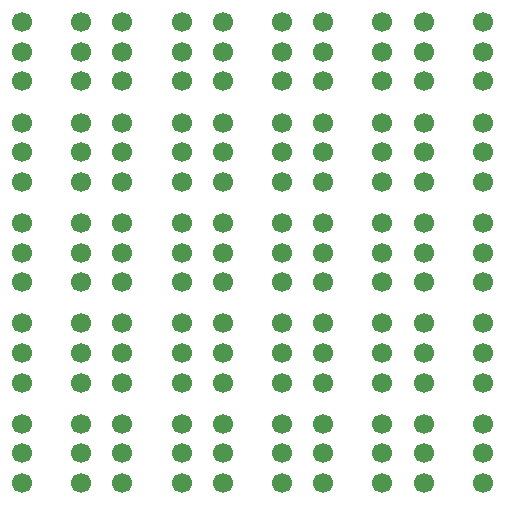
<source format=gbs>
G04 #@! TF.FileFunction,Soldermask,Bot*
%FSLAX46Y46*%
G04 Gerber Fmt 4.6, Leading zero omitted, Abs format (unit mm)*
G04 Created by KiCad (PCBNEW 4.0.2+dfsg1-stable) date Mo 06 Jun 2016 00:17:18 CEST*
%MOMM*%
G01*
G04 APERTURE LIST*
%ADD10C,0.100000*%
%ADD11C,1.700000*%
G04 APERTURE END LIST*
D10*
D11*
X52500000Y-56500000D03*
X44000000Y-56500000D03*
X35500000Y-56500000D03*
X27000000Y-56500000D03*
X18500000Y-56500000D03*
X52500000Y-48000000D03*
X44000000Y-48000000D03*
X35500000Y-48000000D03*
X27000000Y-48000000D03*
X18500000Y-48000000D03*
X52500000Y-39500000D03*
X44000000Y-39500000D03*
X35500000Y-39500000D03*
X27000000Y-39500000D03*
X18500000Y-39500000D03*
X52500000Y-31000000D03*
X44000000Y-31000000D03*
X35500000Y-31000000D03*
X27000000Y-31000000D03*
X18500000Y-31000000D03*
X52500000Y-22500000D03*
X44000000Y-22500000D03*
X35500000Y-22500000D03*
X27000000Y-22500000D03*
X57500000Y-54000000D03*
X49000000Y-54000000D03*
X40500000Y-54000000D03*
X32000000Y-54000000D03*
X23500000Y-54000000D03*
X57500000Y-45500000D03*
X49000000Y-45500000D03*
X40500000Y-45500000D03*
X32000000Y-45500000D03*
X23500000Y-45500000D03*
X57500000Y-37000000D03*
X49000000Y-37000000D03*
X40500000Y-37000000D03*
X32000000Y-37000000D03*
X23500000Y-37000000D03*
X57500000Y-28500000D03*
X49000000Y-28500000D03*
X40500000Y-28500000D03*
X32000000Y-28500000D03*
X23500000Y-28500000D03*
X57500000Y-20000000D03*
X49000000Y-20000000D03*
X40500000Y-20000000D03*
X32000000Y-20000000D03*
X52500000Y-59000000D03*
X44000000Y-59000000D03*
X35500000Y-59000000D03*
X27000000Y-59000000D03*
X18500000Y-59000000D03*
X52500000Y-50500000D03*
X44000000Y-50500000D03*
X35500000Y-50500000D03*
X27000000Y-50500000D03*
X18500000Y-50500000D03*
X52500000Y-42000000D03*
X44000000Y-42000000D03*
X35500000Y-42000000D03*
X27000000Y-42000000D03*
X18500000Y-42000000D03*
X52500000Y-33500000D03*
X44000000Y-33500000D03*
X35500000Y-33500000D03*
X27000000Y-33500000D03*
X18500000Y-33500000D03*
X52500000Y-25000000D03*
X44000000Y-25000000D03*
X35500000Y-25000000D03*
X27000000Y-25000000D03*
X52500000Y-54000000D03*
X44000000Y-54000000D03*
X35500000Y-54000000D03*
X27000000Y-54000000D03*
X18500000Y-54000000D03*
X52500000Y-45500000D03*
X44000000Y-45500000D03*
X35500000Y-45500000D03*
X27000000Y-45500000D03*
X18500000Y-45500000D03*
X52500000Y-37000000D03*
X44000000Y-37000000D03*
X35500000Y-37000000D03*
X27000000Y-37000000D03*
X18500000Y-37000000D03*
X52500000Y-28500000D03*
X44000000Y-28500000D03*
X35500000Y-28500000D03*
X27000000Y-28500000D03*
X18500000Y-28500000D03*
X52500000Y-20000000D03*
X44000000Y-20000000D03*
X35500000Y-20000000D03*
X27000000Y-20000000D03*
X57500000Y-59000000D03*
X49000000Y-59000000D03*
X40500000Y-59000000D03*
X32000000Y-59000000D03*
X23500000Y-59000000D03*
X57500000Y-50500000D03*
X49000000Y-50500000D03*
X40500000Y-50500000D03*
X32000000Y-50500000D03*
X23500000Y-50500000D03*
X57500000Y-42000000D03*
X49000000Y-42000000D03*
X40500000Y-42000000D03*
X32000000Y-42000000D03*
X23500000Y-42000000D03*
X57500000Y-33500000D03*
X49000000Y-33500000D03*
X40500000Y-33500000D03*
X32000000Y-33500000D03*
X23500000Y-33500000D03*
X57500000Y-25000000D03*
X49000000Y-25000000D03*
X40500000Y-25000000D03*
X32000000Y-25000000D03*
X57500000Y-56500000D03*
X49000000Y-56500000D03*
X40500000Y-56500000D03*
X32000000Y-56500000D03*
X23500000Y-56500000D03*
X57500000Y-48000000D03*
X49000000Y-48000000D03*
X40500000Y-48000000D03*
X32000000Y-48000000D03*
X23500000Y-48000000D03*
X57500000Y-39500000D03*
X49000000Y-39500000D03*
X40500000Y-39500000D03*
X32000000Y-39500000D03*
X23500000Y-39500000D03*
X57500000Y-31000000D03*
X49000000Y-31000000D03*
X40500000Y-31000000D03*
X32000000Y-31000000D03*
X23500000Y-31000000D03*
X57500000Y-22500000D03*
X49000000Y-22500000D03*
X40500000Y-22500000D03*
X32000000Y-22500000D03*
X18500000Y-20000000D03*
X23500000Y-20000000D03*
X18500000Y-25000000D03*
X23500000Y-25000000D03*
X18500000Y-22500000D03*
X23500000Y-22500000D03*
M02*

</source>
